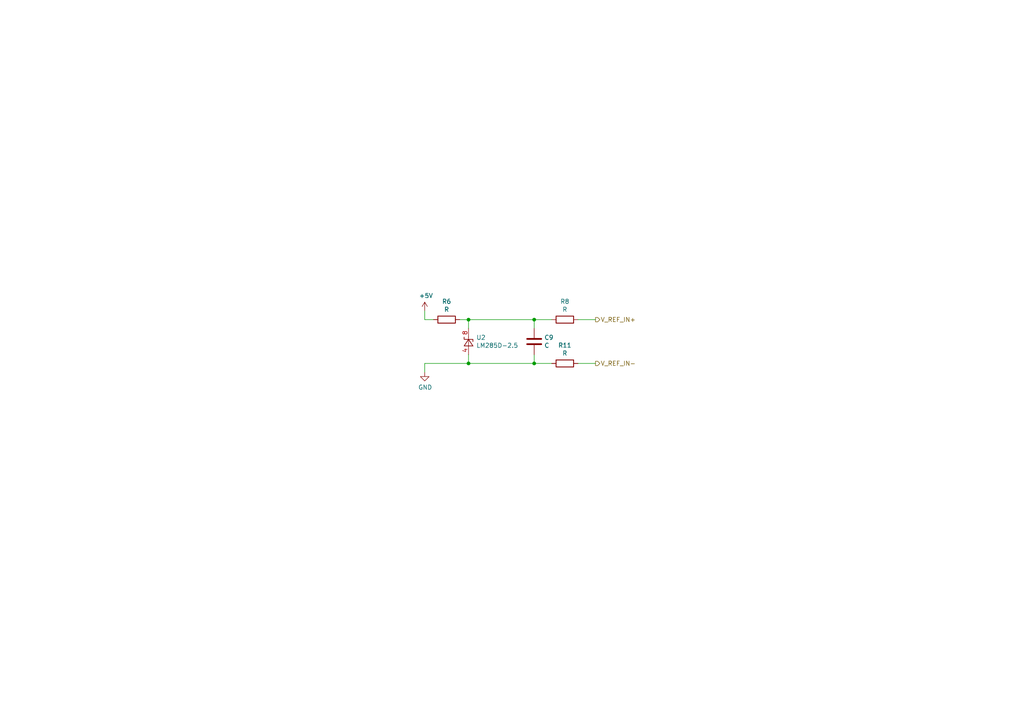
<source format=kicad_sch>
(kicad_sch (version 20200714) (host eeschema "(5.99.0-2364-g42a2f1346)")
  (page 2 4)
  (paper "A4")
  (title_block (title "AD7705 Module") (date "2019-11-17") (company "Wild Workshop"))
  (lib_symbols
    (symbol "Device:C" (pin_numbers hide) (pin_names (offset 0.254))
      (property "Reference" "C" (at 0.635 2.54 0))
      (property "Value" "C" (at 0.635 -2.54 0))
      (symbol "C_0_1"
        (polyline (pts (xy -2.032 -0.762) (xy 2.032 -0.762)) (stroke (width 0.508)))
        (polyline (pts (xy -2.032 0.762) (xy 2.032 0.762)) (stroke (width 0.508)))
      )
      (symbol "C_1_1"
        (pin passive line (at 0 3.81 270) (length 2.794) (name "~") (number "1"))
        (pin passive line (at 0 -3.81 90) (length 2.794) (name "~") (number "2"))
      )
    )
    (symbol "Device:R" (pin_numbers hide) (pin_names (offset 0))
      (property "Reference" "R" (at 2.032 0 90))
      (property "Value" "R" (at 0 0 90))
      (symbol "R_0_1"
        (rectangle (start -1.016 -2.54) (end 1.016 2.54) (stroke (width 0.254)))
      )
      (symbol "R_1_1"
        (pin passive line (at 0 3.81 270) (length 1.27) (name "~") (number "1"))
        (pin passive line (at 0 -3.81 90) (length 1.27) (name "~") (number "2"))
      )
    )
    (symbol "Reference_Voltage:LM285D-2.5" (pin_names (offset 0.0254) hide)
      (property "Reference" "U" (at 0 3.175 0))
      (property "Value" "LM285D-2.5" (at 0 -3.175 0))
      (symbol "LM285D-2.5_0_1"
        (polyline (pts (xy -1.27 0) (xy 0 0) (xy 1.27 0)))
        (polyline (pts (xy -1.27 -1.27) (xy 0.635 0) (xy -1.27 1.27) (xy -1.27 -1.27)) (stroke (width 0.2032)))
        (polyline (pts (xy 0 -1.27) (xy 0.635 -1.27) (xy 0.635 1.27) (xy 1.27 1.27)) (stroke (width 0.2032)))
      )
      (symbol "LM285D-2.5_1_1"
        (pin passive line (at -3.81 0 0) (length 2.54) (name "A") (number "4"))
        (pin passive line (at 3.81 0 180) (length 2.54) (name "K") (number "8"))
      )
    )
    (symbol "power:+5V" (power) (pin_names (offset 0))
      (property "Value" "+5V" (at 0 3.556 0))
      (symbol "+5V_0_1"
        (polyline (pts (xy -0.762 1.27) (xy 0 2.54)))
        (polyline (pts (xy 0 0) (xy 0 2.54)))
        (polyline (pts (xy 0 2.54) (xy 0.762 1.27)))
      )
      (symbol "+5V_1_1"
        (pin power_in line (at 0 0 90) (length 0) hide (name "+5V") (number "1"))
      )
    )
    (symbol "power:GND" (power) (pin_names (offset 0))
      (property "Value" "GND" (at 0 -3.81 0))
      (symbol "GND_0_1"
        (polyline (pts (xy 0 0) (xy 0 -1.27) (xy 1.27 -1.27) (xy 0 -2.54) (xy -1.27 -1.27) (xy 0 -1.27)))
      )
      (symbol "GND_1_1"
        (pin power_in line (at 0 0 270) (length 0) hide (name "GND") (number "1"))
      )
    )
  )
  (junction (at 135.89 92.71))
  (junction (at 135.89 105.41))
  (junction (at 154.94 92.71))
  (junction (at 154.94 105.41))
  (wire (pts (xy 123.19 90.17) (xy 123.19 92.71)))
  (wire (pts (xy 123.19 92.71) (xy 125.73 92.71)))
  (wire (pts (xy 123.19 105.41) (xy 123.19 107.95)))
  (wire (pts (xy 133.35 92.71) (xy 135.89 92.71)))
  (wire (pts (xy 135.89 92.71) (xy 135.89 95.25)))
  (wire (pts (xy 135.89 92.71) (xy 154.94 92.71)))
  (wire (pts (xy 135.89 102.87) (xy 135.89 105.41)))
  (wire (pts (xy 135.89 105.41) (xy 123.19 105.41)))
  (wire (pts (xy 135.89 105.41) (xy 154.94 105.41)))
  (wire (pts (xy 154.94 92.71) (xy 160.02 92.71)))
  (wire (pts (xy 154.94 95.25) (xy 154.94 92.71)))
  (wire (pts (xy 154.94 102.87) (xy 154.94 105.41)))
  (wire (pts (xy 154.94 105.41) (xy 160.02 105.41)))
  (wire (pts (xy 167.64 105.41) (xy 172.72 105.41)))
  (wire (pts (xy 172.72 92.71) (xy 167.64 92.71)))
  (hierarchical_label "V_REF_IN+" (shape output) (at 172.72 92.71 0))
  (hierarchical_label "V_REF_IN-" (shape output) (at 172.72 105.41 0))
  (symbol (lib_id "power:+5V") (at 123.19 90.17 0) (unit 1)
    (property "Reference" "#PWR0107" (effects hide))
    (property "Value" "+5V" (at 123.571 85.7758 0))
  )
  (symbol (lib_id "power:GND") (at 123.19 107.95 0) (unit 1)
    (property "Reference" "#PWR0108" (effects hide))
    (property "Value" "GND" (at 123.317 112.3442 0))
  )
  (symbol (lib_id "Device:R") (at 129.54 92.71 270) (unit 1)
    (property "Reference" "R6" (at 129.54 87.452 90))
    (property "Value" "R" (at 129.54 89.7636 90))
    (property "Footprint" "Resistor_SMD:R_0603_1608Metric" (effects hide))
  )
  (symbol (lib_id "Device:R") (at 163.83 92.71 270) (unit 1)
    (property "Reference" "R8" (at 163.83 87.452 90))
    (property "Value" "R" (at 163.83 89.7636 90))
    (property "Footprint" "Resistor_SMD:R_0603_1608Metric" (effects hide))
  )
  (symbol (lib_id "Device:R") (at 163.83 105.41 270) (unit 1)
    (property "Reference" "R11" (at 163.83 100.152 90))
    (property "Value" "R" (at 163.83 102.4636 90))
    (property "Footprint" "Resistor_SMD:R_0603_1608Metric" (effects hide))
  )
  (symbol (lib_id "Reference_Voltage:LM285D-2.5") (at 135.89 99.06 90) (unit 1)
    (property "Reference" "U2" (at 138.1252 97.8916 90) (effects (justify right)))
    (property "Value" "LM285D-2.5" (at 138.1252 100.203 90) (effects (justify right)))
    (property "Footprint" "Package_SO:SOIC-8_3.9x4.9mm_P1.27mm" (effects hide))
    (property "Datasheet" "http://www.onsemi.com/pub_link/Collateral/LM285-D.PDF" (effects hide))
  )
  (symbol (lib_id "Device:C") (at 154.94 99.06 0) (unit 1)
    (property "Reference" "C9" (at 157.861 97.892 0) (effects (justify left)))
    (property "Value" "C" (at 157.861 100.203 0) (effects (justify left)))
    (property "Footprint" "Capacitor_SMD:C_0603_1608Metric" (effects hide))
  )
)
</source>
